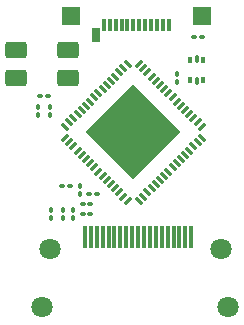
<source format=gbr>
%TF.GenerationSoftware,KiCad,Pcbnew,9.0.6*%
%TF.CreationDate,2026-01-02T14:09:46+01:00*%
%TF.ProjectId,Expansion_Card_Retrofit,45787061-6e73-4696-9f6e-5f436172645f,X1*%
%TF.SameCoordinates,Original*%
%TF.FileFunction,Soldermask,Top*%
%TF.FilePolarity,Negative*%
%FSLAX46Y46*%
G04 Gerber Fmt 4.6, Leading zero omitted, Abs format (unit mm)*
G04 Created by KiCad (PCBNEW 9.0.6) date 2026-01-02 14:09:46*
%MOMM*%
%LPD*%
G01*
G04 APERTURE LIST*
G04 Aperture macros list*
%AMRoundRect*
0 Rectangle with rounded corners*
0 $1 Rounding radius*
0 $2 $3 $4 $5 $6 $7 $8 $9 X,Y pos of 4 corners*
0 Add a 4 corners polygon primitive as box body*
4,1,4,$2,$3,$4,$5,$6,$7,$8,$9,$2,$3,0*
0 Add four circle primitives for the rounded corners*
1,1,$1+$1,$2,$3*
1,1,$1+$1,$4,$5*
1,1,$1+$1,$6,$7*
1,1,$1+$1,$8,$9*
0 Add four rect primitives between the rounded corners*
20,1,$1+$1,$2,$3,$4,$5,0*
20,1,$1+$1,$4,$5,$6,$7,0*
20,1,$1+$1,$6,$7,$8,$9,0*
20,1,$1+$1,$8,$9,$2,$3,0*%
%AMRotRect*
0 Rectangle, with rotation*
0 The origin of the aperture is its center*
0 $1 length*
0 $2 width*
0 $3 Rotation angle, in degrees counterclockwise*
0 Add horizontal line*
21,1,$1,$2,0,0,$3*%
G04 Aperture macros list end*
%ADD10R,1.500000X1.500000*%
%ADD11R,0.380000X1.000000*%
%ADD12R,0.700000X1.150000*%
%ADD13RoundRect,0.100000X0.100000X-0.130000X0.100000X0.130000X-0.100000X0.130000X-0.100000X-0.130000X0*%
%ADD14RoundRect,0.100000X0.130000X0.100000X-0.130000X0.100000X-0.130000X-0.100000X0.130000X-0.100000X0*%
%ADD15RoundRect,0.100000X-0.100000X0.130000X-0.100000X-0.130000X0.100000X-0.130000X0.100000X0.130000X0*%
%ADD16R,0.300000X1.900000*%
%ADD17C,1.800000*%
%ADD18RoundRect,0.062500X0.203293X0.291682X-0.291682X-0.203293X-0.203293X-0.291682X0.291682X0.203293X0*%
%ADD19RoundRect,0.062500X-0.203293X0.291682X-0.291682X0.203293X0.203293X-0.291682X0.291682X-0.203293X0*%
%ADD20RotRect,5.700000X5.700000X225.000000*%
%ADD21RoundRect,0.093750X-0.093750X0.156250X-0.093750X-0.156250X0.093750X-0.156250X0.093750X0.156250X0*%
%ADD22RoundRect,0.075000X-0.075000X0.250000X-0.075000X-0.250000X0.075000X-0.250000X0.075000X0.250000X0*%
%ADD23RoundRect,0.249999X-0.650001X-0.450001X0.650001X-0.450001X0.650001X0.450001X-0.650001X0.450001X0*%
%ADD24RoundRect,0.100000X-0.130000X-0.100000X0.130000X-0.100000X0.130000X0.100000X-0.130000X0.100000X0*%
G04 APERTURE END LIST*
D10*
%TO.C,TP3*%
X145550000Y-128300000D03*
%TD*%
%TO.C,TP1*%
X134450000Y-128300000D03*
%TD*%
D11*
%TO.C,P2*%
X137250000Y-129050000D03*
X137750000Y-129050000D03*
X138250000Y-129050000D03*
X138750000Y-129050000D03*
X139250000Y-129050000D03*
X139750000Y-129050000D03*
X140250000Y-129050000D03*
X140750000Y-129050000D03*
X141250000Y-129050000D03*
X141750000Y-129050000D03*
X142250000Y-129050000D03*
X142750000Y-129050000D03*
D12*
X136580000Y-129890000D03*
%TD*%
D13*
%TO.C,C10*%
X132650000Y-136670000D03*
X132650000Y-136030000D03*
%TD*%
D14*
%TO.C,C1*%
X145520000Y-130100000D03*
X144880000Y-130100000D03*
%TD*%
D13*
%TO.C,R1*%
X143450000Y-133850000D03*
X143450000Y-133210000D03*
%TD*%
D14*
%TO.C,R6*%
X136090000Y-145100000D03*
X135450000Y-145100000D03*
%TD*%
D15*
%TO.C,C2*%
X132800000Y-144730000D03*
X132800000Y-145370000D03*
%TD*%
%TO.C,R8*%
X135200000Y-142730000D03*
X135200000Y-143370000D03*
%TD*%
%TO.C,C3*%
X134620000Y-144730000D03*
X134620000Y-145370000D03*
%TD*%
D16*
%TO.C,J1*%
X144650000Y-147000000D03*
X144150000Y-147000000D03*
X143650000Y-147000000D03*
X143150000Y-147000000D03*
X142650000Y-147000000D03*
X142150000Y-147000000D03*
X141650000Y-147000000D03*
X141150000Y-147000000D03*
X140650000Y-147000000D03*
X140150000Y-147000000D03*
X139650000Y-147000000D03*
X139150000Y-147000000D03*
X138650000Y-147000000D03*
X138150000Y-147000000D03*
X137650000Y-147000000D03*
X137150000Y-147000000D03*
X136650000Y-147000000D03*
X136150000Y-147000000D03*
X135650000Y-147000000D03*
D17*
X132050000Y-152900000D03*
X132650000Y-148000000D03*
X147150000Y-148000000D03*
X147750000Y-152900000D03*
%TD*%
D18*
%TO.C,U1*%
X145539437Y-137663864D03*
X145185883Y-137310311D03*
X144832330Y-136956757D03*
X144478777Y-136603204D03*
X144125223Y-136249651D03*
X143771670Y-135896097D03*
X143418116Y-135542544D03*
X143064563Y-135188990D03*
X142711010Y-134835437D03*
X142357456Y-134481884D03*
X142003903Y-134128330D03*
X141650349Y-133774777D03*
X141296796Y-133421223D03*
X140943243Y-133067670D03*
X140589689Y-132714117D03*
X140236136Y-132360563D03*
D19*
X139263864Y-132360563D03*
X138910311Y-132714117D03*
X138556757Y-133067670D03*
X138203204Y-133421223D03*
X137849651Y-133774777D03*
X137496097Y-134128330D03*
X137142544Y-134481884D03*
X136788990Y-134835437D03*
X136435437Y-135188990D03*
X136081884Y-135542544D03*
X135728330Y-135896097D03*
X135374777Y-136249651D03*
X135021223Y-136603204D03*
X134667670Y-136956757D03*
X134314117Y-137310311D03*
X133960563Y-137663864D03*
D18*
X133960563Y-138636136D03*
X134314117Y-138989689D03*
X134667670Y-139343243D03*
X135021223Y-139696796D03*
X135374777Y-140050349D03*
X135728330Y-140403903D03*
X136081884Y-140757456D03*
X136435437Y-141111010D03*
X136788990Y-141464563D03*
X137142544Y-141818116D03*
X137496097Y-142171670D03*
X137849651Y-142525223D03*
X138203204Y-142878777D03*
X138556757Y-143232330D03*
X138910311Y-143585883D03*
X139263864Y-143939437D03*
D19*
X140236136Y-143939437D03*
X140589689Y-143585883D03*
X140943243Y-143232330D03*
X141296796Y-142878777D03*
X141650349Y-142525223D03*
X142003903Y-142171670D03*
X142357456Y-141818116D03*
X142711010Y-141464563D03*
X143064563Y-141111010D03*
X143418116Y-140757456D03*
X143771670Y-140403903D03*
X144125223Y-140050349D03*
X144478777Y-139696796D03*
X144832330Y-139343243D03*
X145185883Y-138989689D03*
X145539437Y-138636136D03*
D20*
X139750000Y-138150000D03*
%TD*%
D21*
%TO.C,U3*%
X145637500Y-132000000D03*
D22*
X145100000Y-131925000D03*
D21*
X144562500Y-132000000D03*
X144562500Y-133700000D03*
D22*
X145100000Y-133775000D03*
D21*
X145637500Y-133700000D03*
%TD*%
D15*
%TO.C,R4*%
X133750000Y-144750000D03*
X133750000Y-145390000D03*
%TD*%
D23*
%TO.C,Y1*%
X129850000Y-133550000D03*
X134250000Y-133550000D03*
X134250000Y-131150000D03*
X129850000Y-131150000D03*
%TD*%
D14*
%TO.C,R2*%
X136670000Y-143400000D03*
X136030000Y-143400000D03*
%TD*%
D13*
%TO.C,C11*%
X131700000Y-136670000D03*
X131700000Y-136030000D03*
%TD*%
D14*
%TO.C,R9*%
X132490000Y-135050000D03*
X131850000Y-135050000D03*
%TD*%
%TO.C,R5*%
X136090000Y-144250000D03*
X135450000Y-144250000D03*
%TD*%
D24*
%TO.C,R7*%
X133710000Y-142700000D03*
X134350000Y-142700000D03*
%TD*%
M02*

</source>
